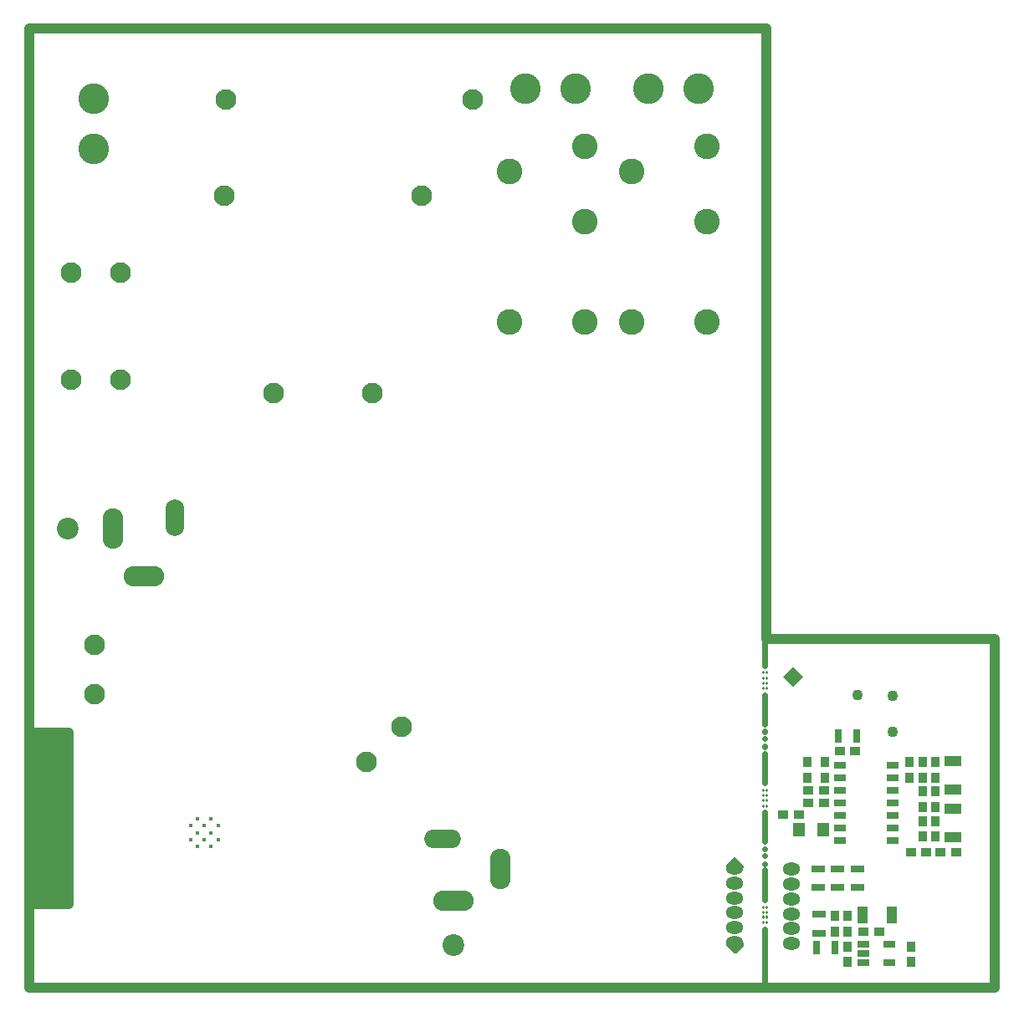
<source format=gbs>
G04*
G04 #@! TF.GenerationSoftware,Altium Limited,Altium Designer,20.0.13 (296)*
G04*
G04 Layer_Color=16711935*
%FSLAX25Y25*%
%MOIN*%
G70*
G01*
G75*
%ADD13C,0.00984*%
%ADD22C,0.03937*%
%ADD23C,0.02362*%
%ADD26R,0.04724X0.05315*%
%ADD27R,0.04194X0.03494*%
%ADD30R,0.03150X0.05512*%
%ADD31R,0.03494X0.04194*%
%ADD39R,0.05512X0.03150*%
%ADD60C,0.08268*%
%ADD61O,0.07480X0.14567*%
%ADD62O,0.16142X0.08268*%
%ADD63O,0.08268X0.16142*%
%ADD64C,0.08661*%
%ADD65O,0.07087X0.05118*%
%ADD66C,0.04331*%
%ADD67C,0.01575*%
%ADD68C,0.00394*%
%ADD69C,0.10236*%
%ADD70C,0.12205*%
%ADD71O,0.14567X0.07480*%
%ADD174R,0.03937X0.06693*%
%ADD175R,0.04724X0.02756*%
%ADD176R,0.05039X0.02677*%
%ADD177R,0.06693X0.03937*%
G36*
X275590Y16142D02*
X282677D01*
X282677Y14882D01*
X279567Y11772D01*
X278858D01*
X275590Y15039D01*
Y16142D01*
D02*
G37*
G36*
X282677Y45669D02*
X275590D01*
X275590Y46929D01*
X278701Y50039D01*
X279410D01*
X282677Y46772D01*
Y45669D01*
D02*
G37*
G36*
X306299Y122047D02*
X302362Y118110D01*
Y118110D01*
X298425Y122047D01*
X302362Y125984D01*
X306299Y122047D01*
D02*
G37*
D13*
X290335Y123603D02*
Y123996D01*
Y121437D02*
Y121831D01*
Y119469D02*
Y119863D01*
Y117500D02*
Y117894D01*
Y117500D02*
Y117894D01*
Y119469D02*
Y119863D01*
Y121437D02*
Y121831D01*
Y123603D02*
Y123996D01*
X291713Y117500D02*
Y117894D01*
Y119469D02*
Y119863D01*
Y121437D02*
Y121831D01*
Y123603D02*
Y123996D01*
X290335Y70493D02*
Y70886D01*
Y72658D02*
Y73052D01*
Y74626D02*
Y75020D01*
Y76595D02*
Y76989D01*
X291713Y70493D02*
Y70886D01*
Y72658D02*
Y73052D01*
Y74626D02*
Y75020D01*
Y76595D02*
Y76989D01*
Y76595D02*
Y76989D01*
Y74626D02*
Y75020D01*
Y72658D02*
Y73052D01*
Y70493D02*
Y70886D01*
Y24036D02*
Y24430D01*
Y26201D02*
Y26595D01*
Y28170D02*
Y28563D01*
Y30138D02*
Y30532D01*
Y30138D02*
Y30532D01*
Y28170D02*
Y28563D01*
Y26201D02*
Y26595D01*
Y24036D02*
Y24430D01*
X290335Y30138D02*
Y30532D01*
Y28170D02*
Y28563D01*
Y26201D02*
Y26595D01*
Y24036D02*
Y24430D01*
D22*
X5408Y32087D02*
Y99803D01*
X4921Y32087D02*
X5408D01*
X0Y31496D02*
Y99803D01*
X10827Y31890D02*
Y99803D01*
X11024D01*
X8071Y32087D02*
Y99606D01*
X8268D01*
X4921Y32087D02*
Y99803D01*
X5894D01*
X1772Y31693D02*
Y99803D01*
X1575D02*
X1772D01*
X-1969Y31496D02*
Y99803D01*
Y-1969D02*
Y31496D01*
X13583D01*
X-1969Y99803D02*
X13757D01*
X-1969D02*
Y380315D01*
X291732Y137205D02*
X382677D01*
Y-1969D02*
Y137205D01*
X-1969Y-1969D02*
X382677D01*
X-1969Y380315D02*
X291732D01*
Y137205D02*
Y380315D01*
X13583Y31496D02*
X13757Y31670D01*
Y99803D01*
X-1969Y-1969D02*
X-1575D01*
D23*
X291024Y126319D02*
Y136614D01*
Y103091D02*
Y114902D01*
Y79587D02*
Y91398D01*
Y56359D02*
Y68170D01*
Y33130D02*
Y44941D01*
Y-846D02*
Y21556D01*
X290984Y100217D02*
X291024Y100256D01*
X290984Y94233D02*
X291024Y94272D01*
X290945Y97343D02*
X290984Y97382D01*
X290945Y50611D02*
X290984Y50650D01*
Y47501D02*
X291024Y47540D01*
X290984Y53485D02*
X291024Y53524D01*
D26*
X314370Y61024D02*
D03*
X304528D02*
D03*
D27*
X330315Y20464D02*
D03*
X336615D02*
D03*
X298425Y66929D02*
D03*
X304725D02*
D03*
X308268Y71645D02*
D03*
X314568D02*
D03*
Y76763D02*
D03*
X308268D02*
D03*
X320866Y92511D02*
D03*
X327166D02*
D03*
X349212Y51968D02*
D03*
X355512D02*
D03*
X367426D02*
D03*
X361126D02*
D03*
D30*
X311614Y13968D02*
D03*
X319094D02*
D03*
X327756Y98417D02*
D03*
X320276D02*
D03*
D31*
X349213Y8267D02*
D03*
Y14567D02*
D03*
X324016Y14559D02*
D03*
Y8259D02*
D03*
X318898Y26763D02*
D03*
Y20463D02*
D03*
X324016Y26763D02*
D03*
Y20463D02*
D03*
X307874Y81881D02*
D03*
Y88181D02*
D03*
X314961D02*
D03*
Y81881D02*
D03*
X348819Y88181D02*
D03*
Y81881D02*
D03*
X353937Y88181D02*
D03*
Y81881D02*
D03*
X359055Y81881D02*
D03*
Y88181D02*
D03*
X353937Y76370D02*
D03*
Y70070D02*
D03*
X359055Y76370D02*
D03*
Y70070D02*
D03*
X353937Y64559D02*
D03*
Y58259D02*
D03*
X359055Y64559D02*
D03*
Y58259D02*
D03*
D39*
X312205Y37983D02*
D03*
Y45464D02*
D03*
X327953Y37983D02*
D03*
Y45464D02*
D03*
X320079Y37983D02*
D03*
Y45464D02*
D03*
X312598Y19873D02*
D03*
Y27354D02*
D03*
D60*
X76378Y351969D02*
D03*
X174803D02*
D03*
X24016Y134646D02*
D03*
Y114961D02*
D03*
X95276Y235039D02*
D03*
X134646D02*
D03*
X75590Y313779D02*
D03*
X154331D02*
D03*
X34252Y283062D02*
D03*
X14567D02*
D03*
X34252Y240543D02*
D03*
X14567D02*
D03*
X146203Y102108D02*
D03*
X132283Y88189D02*
D03*
D61*
X56004Y185433D02*
D03*
D62*
X43799Y162205D02*
D03*
X166929Y32668D02*
D03*
D63*
X31201Y181102D02*
D03*
X185827Y45267D02*
D03*
D64*
X13484Y181102D02*
D03*
X166929Y14952D02*
D03*
D65*
X301575Y15739D02*
D03*
Y21645D02*
D03*
Y27550D02*
D03*
Y33456D02*
D03*
Y39361D02*
D03*
Y45267D02*
D03*
X279134Y45661D02*
D03*
Y39755D02*
D03*
Y33849D02*
D03*
Y27944D02*
D03*
Y22039D02*
D03*
Y16133D02*
D03*
D66*
X342106Y100220D02*
D03*
Y114362D02*
D03*
X327973Y114741D02*
D03*
D67*
X62244Y57078D02*
D03*
Y62590D02*
D03*
X64961Y59834D02*
D03*
X67756Y57078D02*
D03*
Y62590D02*
D03*
X73268Y57078D02*
D03*
Y62590D02*
D03*
X64961Y54322D02*
D03*
Y65346D02*
D03*
X70472Y54322D02*
D03*
Y59834D02*
D03*
Y65346D02*
D03*
D68*
X109724Y7421D02*
D03*
X97913D02*
D03*
D69*
X238139Y323416D02*
D03*
X268139Y333417D02*
D03*
Y303416D02*
D03*
X238139Y263417D02*
D03*
X268139D02*
D03*
X189244Y323416D02*
D03*
X219244Y333417D02*
D03*
Y303416D02*
D03*
X189244Y263417D02*
D03*
X219244D02*
D03*
D70*
X244639Y356291D02*
D03*
X264639D02*
D03*
X195744D02*
D03*
X215744D02*
D03*
X23622Y332520D02*
D03*
Y352520D02*
D03*
D71*
X162598Y57472D02*
D03*
D174*
X330118Y27157D02*
D03*
X341535D02*
D03*
D175*
X340748Y15542D02*
D03*
Y8062D02*
D03*
X330511Y15542D02*
D03*
Y11802D02*
D03*
Y8062D02*
D03*
D176*
X321051Y56744D02*
D03*
Y61744D02*
D03*
Y66744D02*
D03*
Y71744D02*
D03*
Y76744D02*
D03*
Y81744D02*
D03*
Y86744D02*
D03*
X341996Y56744D02*
D03*
Y61744D02*
D03*
Y66744D02*
D03*
Y71744D02*
D03*
Y76744D02*
D03*
Y81744D02*
D03*
Y86744D02*
D03*
D177*
X366142Y69389D02*
D03*
Y57972D02*
D03*
Y88468D02*
D03*
Y77050D02*
D03*
M02*

</source>
